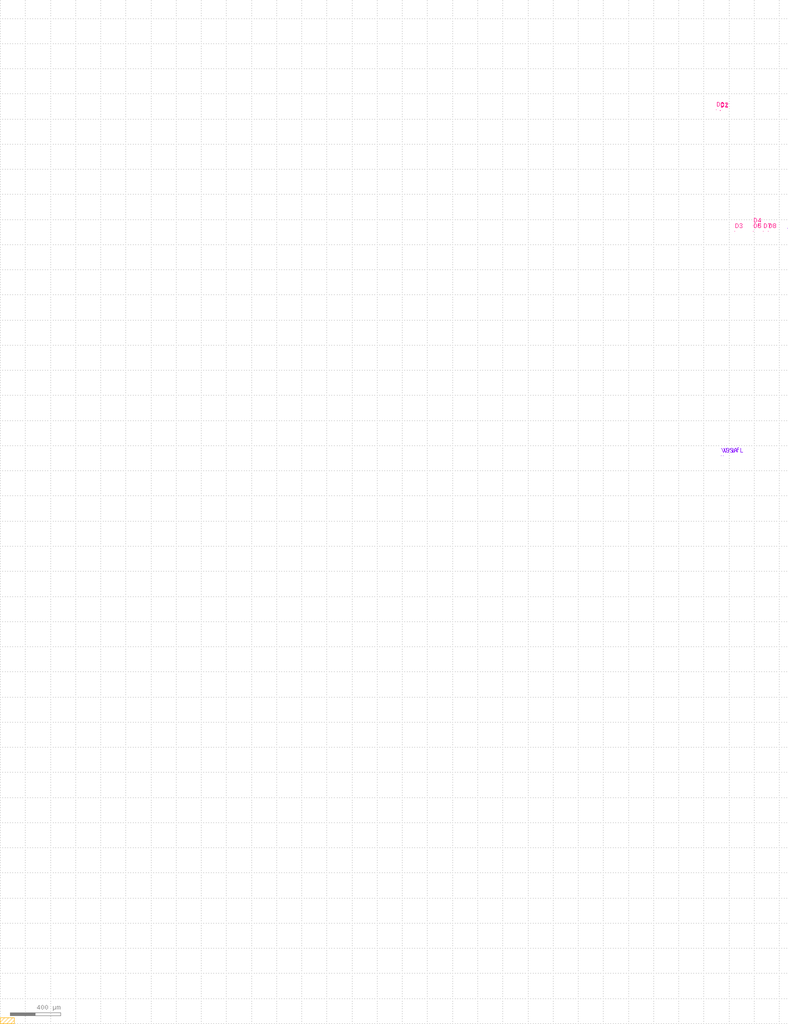
<source format=lef>
VERSION 5.8 ;
BUSBITCHARS "[]" ;
DIVIDERCHAR "/" ;

PROPERTYDEFINITIONS
  LAYER LEF58_TYPE STRING ;
  LAYER LEF58_WIDTH STRING ;
END PROPERTYDEFINITIONS

UNITS
  DATABASE MICRONS 1000 ;
END UNITS
MANUFACTURINGGRID 0.001 ;
LAYER NWELL
  TYPE MASTERSLICE ;
  PROPERTY LEF58_TYPE "TYPE NWELL ;" ;
  PROPERTY LEF58_WIDTH "WIDTH 0.23 ;" ;
END NWELL

LAYER DIFF
  TYPE MASTERSLICE ;
  PROPERTY LEF58_TYPE "TYPE DIFFUSION ;" ;
  PROPERTY LEF58_WIDTH "WIDTH 0.044 ;" ;
END DIFF

LAYER DIFF_18
  TYPE MASTERSLICE ;
  PROPERTY LEF58_TYPE "TYPE DIFFUSION ;" ;
  PROPERTY LEF58_WIDTH "WIDTH 0.33 ;" ;
END DIFF_18

LAYER DIFF_25
  TYPE MASTERSLICE ;
  PROPERTY LEF58_TYPE "TYPE DIFFUSION ;" ;
  PROPERTY LEF58_WIDTH "WIDTH 0.33 ;" ;
END DIFF_25

LAYER PIMP
  TYPE IMPLANT ;
  WIDTH 0.102 ;
  SPACING 0.17 ;
END PIMP

LAYER NIMP
  TYPE IMPLANT ;
  WIDTH 0.102 ;
  SPACING 0.17 ;
END NIMP

LAYER M1
  TYPE ROUTING ;
  DIRECTION HORIZONTAL ;
  PITCH 0.13 0.13 ;
  WIDTH 0.05 ;
  OFFSET 0.1 0.1 ;
  AREA 0.01 ;
  SPACING 0.05 ;
  WIREEXTENSION 0.105 ;
  MAXWIDTH 5 ;
  MINENCLOSEDAREA 0.2 ;
  RESISTANCE RPERSQ 0.1 ;
END M1

LAYER VIA1
  TYPE CUT ;
  SPACING 0.07 ;
  SPACING 0.07 LAYER M1 ;
  WIDTH 0.05 ;
  RESISTANCE 1.5 ;
END VIA1

LAYER M2
  TYPE ROUTING ;
  DIRECTION VERTICAL ;
  PITCH 0.164 0.164 ;
  WIDTH 0.056 ;
  OFFSET 0.15 0.15 ;
  AREA 0.016 ;
  SPACING 0.056 ;
  WIREEXTENSION 0.105 ;
  MAXWIDTH 5 ;
  MINENCLOSEDAREA 0.2 ;
  RESISTANCE RPERSQ 0.1 ;
END M2

LAYER VIA2
  TYPE CUT ;
  SPACING 0.07 ;
  SPACING 0.07 LAYER M2 ;
  WIDTH 0.05 ;
  RESISTANCE 1.5 ;
END VIA2

LAYER M3
  TYPE ROUTING ;
  DIRECTION HORIZONTAL ;
  PITCH 0.164 0.164 ;
  WIDTH 0.056 ;
  OFFSET 0.15 0.15 ;
  AREA 0.016 ;
  SPACING 0.056 ;
  WIREEXTENSION 0.105 ;
  MAXWIDTH 5 ;
  MINENCLOSEDAREA 0.2 ;
  RESISTANCE RPERSQ 0.1 ;
END M3

LAYER VIA3
  TYPE CUT ;
  SPACING 0.07 ;
  SPACING 0.07 LAYER M3 ;
  WIDTH 0.05 ;
  RESISTANCE 1.5 ;
END VIA3

LAYER M4
  TYPE ROUTING ;
  DIRECTION VERTICAL ;
  PITCH 0.164 0.164 ;
  WIDTH 0.056 ;
  OFFSET 0.15 0.15 ;
  AREA 0.016 ;
  SPACING 0.056 ;
  WIREEXTENSION 0.105 ;
  MAXWIDTH 5 ;
  MINENCLOSEDAREA 0.2 ;
  RESISTANCE RPERSQ 0.1 ;
END M4

LAYER VIA4
  TYPE CUT ;
  SPACING 0.07 ;
  SPACING 0.07 LAYER M4 ;
  WIDTH 0.05 ;
  RESISTANCE 1.5 ;
END VIA4

LAYER M5
  TYPE ROUTING ;
  DIRECTION HORIZONTAL ;
  PITCH 0.164 0.164 ;
  WIDTH 0.056 ;
  OFFSET 0.15 0.15 ;
  AREA 0.016 ;
  SPACING 0.056 ;
  MAXWIDTH 5 ;
  MINENCLOSEDAREA 0.2 ;
  RESISTANCE RPERSQ 0.1 ;
END M5

LAYER VIA5
  TYPE CUT ;
  SPACING 0.07 ;
  SPACING 0.07 LAYER M5 ;
  WIDTH 0.05 ;
  RESISTANCE 1.5 ;
END VIA5

LAYER M6
  TYPE ROUTING ;
  DIRECTION VERTICAL ;
  PITCH 0.164 0.164 ;
  WIDTH 0.056 ;
  OFFSET 0.15 0.15 ;
  AREA 0.016 ;
  SPACING 0.056 ;
  MAXWIDTH 5 ;
  MINENCLOSEDAREA 0.2 ;
  RESISTANCE RPERSQ 0.1 ;
END M6

LAYER VIA6
  TYPE CUT ;
  SPACING 0.07 ;
  SPACING 0.07 LAYER M6 ;
  WIDTH 0.05 ;
  RESISTANCE 1.5 ;
END VIA6

LAYER M7
  TYPE ROUTING ;
  DIRECTION HORIZONTAL ;
  PITCH 0.164 0.164 ;
  WIDTH 0.056 ;
  OFFSET 0.15 0.15 ;
  AREA 0.016 ;
  SPACING 0.056 ;
  MAXWIDTH 5 ;
  MINENCLOSEDAREA 0.2 ;
  RESISTANCE RPERSQ 0.1 ;
END M7

LAYER M8
  TYPE ROUTING ;
  DIRECTION VERTICAL ;
  PITCH 0.164 0.164 ;
  WIDTH 0.056 ;
  OFFSET 0.15 0.15 ;
  AREA 0.016 ;
  SPACING 0.056 ;
  MAXWIDTH 5 ;
  MINENCLOSEDAREA 0.2 ;
  RESISTANCE RPERSQ 0.1 ;
END M8

LAYER M9
  TYPE ROUTING ;
  DIRECTION HORIZONTAL ;
  PITCH 1.74 1.74 ;
  WIDTH 0.16 ;
  OFFSET 0.15 0.15 ;
  AREA 0.055 ;
  SPACING 0.16 ;
  MAXWIDTH 10 ;
  MINENCLOSEDAREA 0.2 ;
  RESISTANCE RPERSQ 0.28 ;
END M9

LAYER MRDL
  TYPE ROUTING ;
  DIRECTION VERTICAL ;
  PITCH 4.5 4.5 ;
  WIDTH 2 ;
  OFFSET 0.15 0.15 ;
  SPACING 2 ;
  MAXWIDTH 30 ;
  RESISTANCE RPERSQ 0.35 ;
END MRDL

LAYER VIARDL
  TYPE CUT ;
  SPACING 2 ;
  WIDTH 2 ;
  RESISTANCE 0.05 ;
END VIARDL

LAYER VIA7
  TYPE CUT ;
  SPACING 0.07 ;
  SPACING 0.07 LAYER M7 ;
  WIDTH 0.05 ;
  RESISTANCE 1.5 ;
END VIA7

LAYER VIA8
  TYPE CUT ;
  SPACING 0.12 ;
  SPACING 0.12 LAYER M8 ;
  WIDTH 0.13 ;
  RESISTANCE 0.1 ;
END VIA8

LAYER CO
  TYPE CUT ;
  SPACING 0.05 ;
  WIDTH 0.042 ;
END CO

LAYER OVERLAP
  TYPE OVERLAP ;
END OVERLAP

VIARULE DIFFCON GENERATE DEFAULT
  LAYER DIFF ;
    ENCLOSURE 0.02 0.01 ;
  LAYER M1 ;
    ENCLOSURE 0.035 0.004 ;
  LAYER CO ;
    RECT -0.021 -0.021 0.021 0.021 ;
    SPACING 0.092 BY 0.092 ;
END DIFFCON

VIARULE DIFFCONC GENERATE
  LAYER DIFF ;
    ENCLOSURE 0.01 0.02 ;
  LAYER M1 ;
    ENCLOSURE 0.035 0.004 ;
  LAYER CO ;
    RECT -0.021 -0.021 0.021 0.021 ;
    SPACING 0.092 BY 0.092 ;
END DIFFCONC

VIARULE VIA12 GENERATE DEFAULT
  LAYER M1 ;
    ENCLOSURE 0.03 0.005 ;
  LAYER M2 ;
    ENCLOSURE 0.03 0.005 ;
  LAYER VIA1 ;
    RECT -0.025 -0.025 0.025 0.025 ;
    SPACING 0.12 BY 0.12 ;
    RESISTANCE 1.500000 ;
END VIA12

VIARULE VIA12C GENERATE DEFAULT
  LAYER M1 ;
    ENCLOSURE 0.005 0.03 ;
  LAYER M2 ;
    ENCLOSURE 0.03 0.005 ;
  LAYER VIA1 ;
    RECT -0.025 -0.025 0.025 0.025 ;
    SPACING 0.12 BY 0.12 ;
    RESISTANCE 1.500000 ;
END VIA12C

VIARULE VIA12BAR GENERATE DEFAULT
  LAYER M1 ;
    ENCLOSURE 0.03 0.005 ;
  LAYER M2 ;
    ENCLOSURE 0.03 0.005 ;
  LAYER VIA1 ;
    RECT -0.025 -0.05 0.025 0.05 ;
    SPACING 0.135 BY 0.185 ;
    RESISTANCE 1.000000 ;
END VIA12BAR

VIARULE VIA12BARC GENERATE DEFAULT
  LAYER M1 ;
    ENCLOSURE 0.005 0.03 ;
  LAYER M2 ;
    ENCLOSURE 0.03 0.005 ;
  LAYER VIA1 ;
    RECT -0.025 -0.05 0.025 0.05 ;
    SPACING 0.135 BY 0.185 ;
    RESISTANCE 1.000000 ;
END VIA12BARC

VIARULE VIA12LG GENERATE DEFAULT
  LAYER M1 ;
    ENCLOSURE 0.03 0.005 ;
  LAYER M2 ;
    ENCLOSURE 0.03 0.005 ;
  LAYER VIA1 ;
    RECT -0.05 -0.05 0.05 0.05 ;
    SPACING 0.185 BY 0.185 ;
    RESISTANCE 0.500000 ;
END VIA12LG

VIARULE VIA12LGC GENERATE DEFAULT
  LAYER M1 ;
    ENCLOSURE 0.005 0.03 ;
  LAYER M2 ;
    ENCLOSURE 0.03 0.005 ;
  LAYER VIA1 ;
    RECT -0.05 -0.05 0.05 0.05 ;
    SPACING 0.185 BY 0.185 ;
    RESISTANCE 0.500000 ;
END VIA12LGC

VIARULE VIA23 GENERATE DEFAULT
  LAYER M2 ;
    ENCLOSURE 0.03 0.005 ;
  LAYER M3 ;
    ENCLOSURE 0.03 0.005 ;
  LAYER VIA2 ;
    RECT -0.025 -0.025 0.025 0.025 ;
    SPACING 0.12 BY 0.12 ;
    RESISTANCE 1.500000 ;
END VIA23

VIARULE VIA23C GENERATE DEFAULT
  LAYER M2 ;
    ENCLOSURE 0.005 0.03 ;
  LAYER M3 ;
    ENCLOSURE 0.03 0.005 ;
  LAYER VIA2 ;
    RECT -0.025 -0.025 0.025 0.025 ;
    SPACING 0.12 BY 0.12 ;
    RESISTANCE 1.500000 ;
END VIA23C

VIARULE VIA23BAR GENERATE DEFAULT
  LAYER M2 ;
    ENCLOSURE 0.03 0.005 ;
  LAYER M3 ;
    ENCLOSURE 0.03 0.005 ;
  LAYER VIA2 ;
    RECT -0.025 -0.05 0.025 0.05 ;
    SPACING 0.135 BY 0.185 ;
    RESISTANCE 1.000000 ;
END VIA23BAR

VIARULE VIA23BARC GENERATE DEFAULT
  LAYER M2 ;
    ENCLOSURE 0.005 0.03 ;
  LAYER M3 ;
    ENCLOSURE 0.03 0.005 ;
  LAYER VIA2 ;
    RECT -0.025 -0.05 0.025 0.05 ;
    SPACING 0.135 BY 0.185 ;
    RESISTANCE 1.000000 ;
END VIA23BARC

VIARULE VIA23LG GENERATE DEFAULT
  LAYER M2 ;
    ENCLOSURE 0.03 0.005 ;
  LAYER M3 ;
    ENCLOSURE 0.03 0.005 ;
  LAYER VIA2 ;
    RECT -0.05 -0.05 0.05 0.05 ;
    SPACING 0.185 BY 0.185 ;
    RESISTANCE 0.500000 ;
END VIA23LG

VIARULE VIA23LGC GENERATE DEFAULT
  LAYER M2 ;
    ENCLOSURE 0.005 0.03 ;
  LAYER M3 ;
    ENCLOSURE 0.03 0.005 ;
  LAYER VIA2 ;
    RECT -0.05 -0.05 0.05 0.05 ;
    SPACING 0.185 BY 0.185 ;
    RESISTANCE 0.500000 ;
END VIA23LGC

VIARULE VIA34 GENERATE DEFAULT
  LAYER M3 ;
    ENCLOSURE 0.03 0.005 ;
  LAYER M4 ;
    ENCLOSURE 0.03 0.005 ;
  LAYER VIA3 ;
    RECT -0.025 -0.025 0.025 0.025 ;
    SPACING 0.12 BY 0.12 ;
    RESISTANCE 1.500000 ;
END VIA34

VIARULE VIA34C GENERATE DEFAULT
  LAYER M3 ;
    ENCLOSURE 0.005 0.03 ;
  LAYER M4 ;
    ENCLOSURE 0.03 0.005 ;
  LAYER VIA3 ;
    RECT -0.025 -0.025 0.025 0.025 ;
    SPACING 0.12 BY 0.12 ;
    RESISTANCE 1.500000 ;
END VIA34C

VIARULE VIA34BAR GENERATE DEFAULT
  LAYER M3 ;
    ENCLOSURE 0.03 0.005 ;
  LAYER M4 ;
    ENCLOSURE 0.03 0.005 ;
  LAYER VIA3 ;
    RECT -0.025 -0.05 0.025 0.05 ;
    SPACING 0.135 BY 0.185 ;
    RESISTANCE 1.000000 ;
END VIA34BAR

VIARULE VIA34BARC GENERATE DEFAULT
  LAYER M3 ;
    ENCLOSURE 0.005 0.03 ;
  LAYER M4 ;
    ENCLOSURE 0.03 0.005 ;
  LAYER VIA3 ;
    RECT -0.025 -0.05 0.025 0.05 ;
    SPACING 0.135 BY 0.185 ;
    RESISTANCE 1.000000 ;
END VIA34BARC

VIARULE VIA34LG GENERATE DEFAULT
  LAYER M3 ;
    ENCLOSURE 0.03 0.005 ;
  LAYER M4 ;
    ENCLOSURE 0.03 0.005 ;
  LAYER VIA3 ;
    RECT -0.05 -0.05 0.05 0.05 ;
    SPACING 0.185 BY 0.185 ;
    RESISTANCE 0.500000 ;
END VIA34LG

VIARULE VIA34LGC GENERATE DEFAULT
  LAYER M3 ;
    ENCLOSURE 0.005 0.03 ;
  LAYER M4 ;
    ENCLOSURE 0.03 0.005 ;
  LAYER VIA3 ;
    RECT -0.05 -0.05 0.05 0.05 ;
    SPACING 0.185 BY 0.185 ;
    RESISTANCE 0.500000 ;
END VIA34LGC

VIARULE VIA45 GENERATE DEFAULT
  LAYER M4 ;
    ENCLOSURE 0.03 0.005 ;
  LAYER M5 ;
    ENCLOSURE 0.03 0.005 ;
  LAYER VIA4 ;
    RECT -0.025 -0.025 0.025 0.025 ;
    SPACING 0.12 BY 0.12 ;
    RESISTANCE 1.500000 ;
END VIA45

VIARULE VIA45C GENERATE
  LAYER M4 ;
    ENCLOSURE 0.005 0.03 ;
  LAYER M5 ;
    ENCLOSURE 0.03 0.005 ;
  LAYER VIA4 ;
    RECT -0.025 -0.025 0.025 0.025 ;
    SPACING 0.12 BY 0.12 ;
    RESISTANCE 1.500000 ;
END VIA45C

VIARULE VIA45BAR GENERATE DEFAULT
  LAYER M4 ;
    ENCLOSURE 0.03 0.005 ;
  LAYER M5 ;
    ENCLOSURE 0.03 0.005 ;
  LAYER VIA4 ;
    RECT -0.025 -0.05 0.025 0.05 ;
    SPACING 0.135 BY 0.185 ;
    RESISTANCE 1.000000 ;
END VIA45BAR

VIARULE VIA45BARC GENERATE
  LAYER M4 ;
    ENCLOSURE 0.005 0.03 ;
  LAYER M5 ;
    ENCLOSURE 0.03 0.005 ;
  LAYER VIA4 ;
    RECT -0.025 -0.05 0.025 0.05 ;
    SPACING 0.135 BY 0.185 ;
    RESISTANCE 1.000000 ;
END VIA45BARC

VIARULE VIA45LG GENERATE DEFAULT
  LAYER M4 ;
    ENCLOSURE 0.03 0.005 ;
  LAYER M5 ;
    ENCLOSURE 0.03 0.005 ;
  LAYER VIA4 ;
    RECT -0.05 -0.05 0.05 0.05 ;
    SPACING 0.185 BY 0.185 ;
    RESISTANCE 0.500000 ;
END VIA45LG

VIARULE VIA45LGC GENERATE
  LAYER M4 ;
    ENCLOSURE 0.005 0.03 ;
  LAYER M5 ;
    ENCLOSURE 0.03 0.005 ;
  LAYER VIA4 ;
    RECT -0.05 -0.05 0.05 0.05 ;
    SPACING 0.185 BY 0.185 ;
    RESISTANCE 0.500000 ;
END VIA45LGC

VIARULE VIA56 GENERATE DEFAULT
  LAYER M5 ;
    ENCLOSURE 0.03 0.005 ;
  LAYER M6 ;
    ENCLOSURE 0.03 0.005 ;
  LAYER VIA5 ;
    RECT -0.025 -0.025 0.025 0.025 ;
    SPACING 0.12 BY 0.12 ;
    RESISTANCE 1.500000 ;
END VIA56

VIARULE VIA56C GENERATE
  LAYER M5 ;
    ENCLOSURE 0.005 0.03 ;
  LAYER M6 ;
    ENCLOSURE 0.03 0.005 ;
  LAYER VIA5 ;
    RECT -0.025 -0.025 0.025 0.025 ;
    SPACING 0.12 BY 0.12 ;
    RESISTANCE 1.500000 ;
END VIA56C

VIARULE VIA56BAR GENERATE DEFAULT
  LAYER M5 ;
    ENCLOSURE 0.03 0.005 ;
  LAYER M6 ;
    ENCLOSURE 0.03 0.005 ;
  LAYER VIA5 ;
    RECT -0.025 -0.05 0.025 0.05 ;
    SPACING 0.135 BY 0.185 ;
    RESISTANCE 1.000000 ;
END VIA56BAR

VIARULE VIA56BARC GENERATE
  LAYER M5 ;
    ENCLOSURE 0.005 0.03 ;
  LAYER M6 ;
    ENCLOSURE 0.03 0.005 ;
  LAYER VIA5 ;
    RECT -0.025 -0.05 0.025 0.05 ;
    SPACING 0.135 BY 0.185 ;
    RESISTANCE 1.000000 ;
END VIA56BARC

VIARULE VIA56LG GENERATE DEFAULT
  LAYER M5 ;
    ENCLOSURE 0.03 0.005 ;
  LAYER M6 ;
    ENCLOSURE 0.03 0.005 ;
  LAYER VIA5 ;
    RECT -0.05 -0.05 0.05 0.05 ;
    SPACING 0.185 BY 0.185 ;
    RESISTANCE 0.500000 ;
END VIA56LG

VIARULE VIA56LGC GENERATE
  LAYER M5 ;
    ENCLOSURE 0.005 0.03 ;
  LAYER M6 ;
    ENCLOSURE 0.03 0.005 ;
  LAYER VIA5 ;
    RECT -0.05 -0.05 0.05 0.05 ;
    SPACING 0.185 BY 0.185 ;
    RESISTANCE 0.500000 ;
END VIA56LGC

VIARULE VIA67 GENERATE DEFAULT
  LAYER M6 ;
    ENCLOSURE 0.03 0.005 ;
  LAYER M7 ;
    ENCLOSURE 0.03 0.005 ;
  LAYER VIA6 ;
    RECT -0.025 -0.025 0.025 0.025 ;
    SPACING 0.12 BY 0.12 ;
    RESISTANCE 1.500000 ;
END VIA67

VIARULE VIA67C GENERATE
  LAYER M6 ;
    ENCLOSURE 0.005 0.03 ;
  LAYER M7 ;
    ENCLOSURE 0.03 0.005 ;
  LAYER VIA6 ;
    RECT -0.025 -0.025 0.025 0.025 ;
    SPACING 0.12 BY 0.12 ;
    RESISTANCE 1.500000 ;
END VIA67C

VIARULE VIA67BAR GENERATE DEFAULT
  LAYER M6 ;
    ENCLOSURE 0.03 0.005 ;
  LAYER M7 ;
    ENCLOSURE 0.03 0.005 ;
  LAYER VIA6 ;
    RECT -0.025 -0.05 0.025 0.05 ;
    SPACING 0.135 BY 0.185 ;
    RESISTANCE 1.000000 ;
END VIA67BAR

VIARULE VIA67BARC GENERATE
  LAYER M6 ;
    ENCLOSURE 0.005 0.03 ;
  LAYER M7 ;
    ENCLOSURE 0.03 0.005 ;
  LAYER VIA6 ;
    RECT -0.025 -0.05 0.025 0.05 ;
    SPACING 0.135 BY 0.185 ;
    RESISTANCE 1.000000 ;
END VIA67BARC

VIARULE VIA67LG GENERATE DEFAULT
  LAYER M6 ;
    ENCLOSURE 0.03 0.005 ;
  LAYER M7 ;
    ENCLOSURE 0.03 0.005 ;
  LAYER VIA6 ;
    RECT -0.05 -0.05 0.05 0.05 ;
    SPACING 0.185 BY 0.185 ;
    RESISTANCE 0.500000 ;
END VIA67LG

VIARULE VIA67LGC GENERATE
  LAYER M6 ;
    ENCLOSURE 0.005 0.03 ;
  LAYER M7 ;
    ENCLOSURE 0.03 0.005 ;
  LAYER VIA6 ;
    RECT -0.05 -0.05 0.05 0.05 ;
    SPACING 0.185 BY 0.185 ;
    RESISTANCE 0.500000 ;
END VIA67LGC

VIARULE VIA78 GENERATE DEFAULT
  LAYER M7 ;
    ENCLOSURE 0.03 0.005 ;
  LAYER M8 ;
    ENCLOSURE 0.03 0.005 ;
  LAYER VIA7 ;
    RECT -0.025 -0.025 0.025 0.025 ;
    SPACING 0.12 BY 0.12 ;
    RESISTANCE 1.500000 ;
END VIA78

VIARULE VIA78C GENERATE
  LAYER M7 ;
    ENCLOSURE 0.005 0.03 ;
  LAYER M8 ;
    ENCLOSURE 0.03 0.005 ;
  LAYER VIA7 ;
    RECT -0.025 -0.025 0.025 0.025 ;
    SPACING 0.12 BY 0.12 ;
    RESISTANCE 1.500000 ;
END VIA78C

VIARULE VIA78BAR GENERATE DEFAULT
  LAYER M7 ;
    ENCLOSURE 0.03 0.005 ;
  LAYER M8 ;
    ENCLOSURE 0.03 0.005 ;
  LAYER VIA7 ;
    RECT -0.025 -0.05 0.025 0.05 ;
    SPACING 0.135 BY 0.185 ;
    RESISTANCE 1.000000 ;
END VIA78BAR

VIARULE VIA78BARC GENERATE
  LAYER M7 ;
    ENCLOSURE 0.005 0.03 ;
  LAYER M8 ;
    ENCLOSURE 0.03 0.005 ;
  LAYER VIA7 ;
    RECT -0.025 -0.05 0.025 0.05 ;
    SPACING 0.135 BY 0.185 ;
    RESISTANCE 1.000000 ;
END VIA78BARC

VIARULE VIA78LG GENERATE DEFAULT
  LAYER M7 ;
    ENCLOSURE 0.03 0.005 ;
  LAYER M8 ;
    ENCLOSURE 0.03 0.005 ;
  LAYER VIA7 ;
    RECT -0.05 -0.05 0.05 0.05 ;
    SPACING 0.185 BY 0.185 ;
    RESISTANCE 0.500000 ;
END VIA78LG

VIARULE VIA78LGC GENERATE
  LAYER M7 ;
    ENCLOSURE 0.005 0.03 ;
  LAYER M8 ;
    ENCLOSURE 0.03 0.005 ;
  LAYER VIA7 ;
    RECT -0.05 -0.05 0.05 0.05 ;
    SPACING 0.185 BY 0.185 ;
    RESISTANCE 0.500000 ;
END VIA78LGC

VIARULE VIA89 GENERATE DEFAULT
  LAYER M8 ;
    ENCLOSURE 0.03 0.015 ;
  LAYER M9 ;
    ENCLOSURE 0.03 0.015 ;
  LAYER VIA8 ;
    RECT -0.065 -0.065 0.065 0.065 ;
    SPACING 0.25 BY 0.25 ;
    RESISTANCE 0.100000 ;
END VIA89

VIARULE VIA89C GENERATE
  LAYER M8 ;
    ENCLOSURE 0.015 0.03 ;
  LAYER M9 ;
    ENCLOSURE 0.03 0.015 ;
  LAYER VIA8 ;
    RECT -0.065 -0.065 0.065 0.065 ;
    SPACING 0.25 BY 0.25 ;
    RESISTANCE 0.100000 ;
END VIA89C

VIARULE VIARDL GENERATE
  LAYER M9 ;
    ENCLOSURE 0.05 0.05 ;
  LAYER MRDL ;
    ENCLOSURE 0.05 0.05 ;
  LAYER VIARDL ;
    RECT -1 -1 1 1 ;
    SPACING 4 BY 4 ;
    RESISTANCE 0.050000 ;
END VIARDL

MACRO 10bit_DAC
  CLASS BLOCK ;
  SOURCE USER ;
  ORIGIN 0 0 ;
  FOREIGN 10bit_DAC 0.0 0.0 ;
  SIZE 113.223 BY 48.108 ;
  SYMMETRY X Y R90 ;
  PIN D0
    DIRECTION INPUT ;
    USE SIGNAL ;
    PORT
      LAYER M1 ;
        RECT 5699.219 7271.909 5699.269 7271.959 ;
    END
  END D0
  PIN D1
    DIRECTION INPUT ;
    USE SIGNAL ;
    PORT
      LAYER M1 ;
        RECT 5731.263 7267.254 5731.313 7267.304 ;
    END
  END D1
  PIN D2
    DIRECTION INPUT ;
    USE SIGNAL ;
    PORT
      LAYER M1 ;
        RECT 5728.95 7269.102 5729 7269.152 ;
    END
  END D2
  PIN D3
    DIRECTION INPUT ;
    USE SIGNAL ;
    PORT
      LAYER M1 ;
        RECT 5843.773 6305.568 5843.823 6305.618 ;
    END
  END D3
  PIN D4
    DIRECTION INPUT ;
    USE SIGNAL ;
    PORT
      LAYER M1 ;
        RECT 5990.782 6350.653 5990.832 6350.703 ;
    END
  END D4
  PIN D5
    DIRECTION INPUT ;
    USE SIGNAL ;
    PORT
      LAYER M1 ;
        RECT 5991.573 6305.368 5991.623 6305.418 ;
    END
  END D5
  PIN D6
    DIRECTION INPUT ;
    USE SIGNAL ;
    PORT
      LAYER M1 ;
        RECT 5992.497 6305.268 5992.547 6305.318 ;
    END
  END D6
  PIN D7
    DIRECTION INPUT ;
    USE SIGNAL ;
    PORT
      LAYER M1 ;
        RECT 6070.309 6305.168 6070.359 6305.218 ;
    END
  END D7
  PIN D8
    DIRECTION INPUT ;
    USE SIGNAL ;
    PORT
      LAYER M1 ;
        RECT 6110.077 6305.068 6110.127 6305.118 ;
    END
  END D8
  PIN Vout
    DIRECTION OUTPUT ;
    USE SIGNAL ;
    PORT
      LAYER M1 ;
        RECT 6271.06 6329.004 6271.11 6329.054 ;
    END
  END Vout
  PIN VrefL
    DIRECTION INPUT ;
    USE SIGNAL ;
    PORT
      LAYER M2 ;
        RECT 5753.988 4521.971 5754.044 4522.027 ;
    END
  END VrefL
  PIN VSSA
    DIRECTION INPUT ;
    USE GROUND ;
    PORT
      LAYER M2 ;
        RECT 5737.304 4518.996 5737.36 4519.052 ;
    END
  END VSSA
  PIN VrefH
    DIRECTION INPUT ;
    USE SIGNAL ;
    PORT
      LAYER M2 ;
        RECT 5755.246 8147.578 5755.302 8147.634 ;
    END
  END VrefH
  PIN D9
    DIRECTION INPUT ;
    USE SIGNAL ;
    PORT
      LAYER M2 ;
        RECT 6266.042 6330.893 6266.098 6330.949 ;
    END
  END D9
  PIN VDDA
    DIRECTION INPUT ;
    USE POWER ;
    PORT
      LAYER M2 ;
        RECT 6267.605 6332.052 6267.661 6332.108 ;
    END
  END VDDA
END 10bit_DAC

END LIBRARY

</source>
